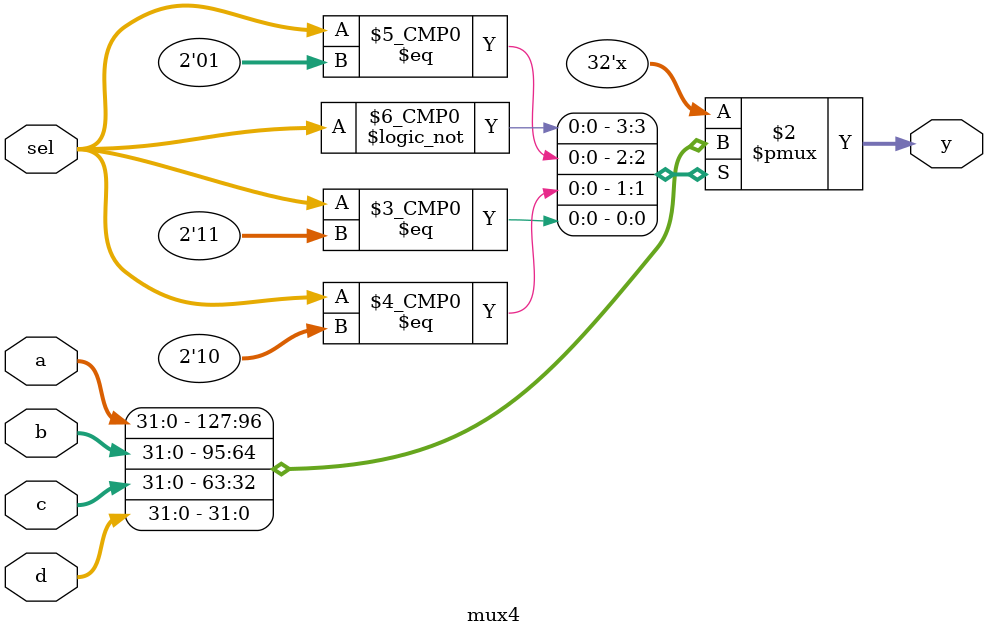
<source format=v>
module mux4 #(parameter W = 32) (
    input [W-1:0] a, b, c, d,
    input [1:0] sel,
    output reg [W-1:0] y
);

    always @ (*) begin
        case (sel)
            2'd0 : y = a;
            2'd1 : y = b;
            2'd2 : y = c;
            2'd3 : y = d;
        endcase
    end

endmodule
</source>
